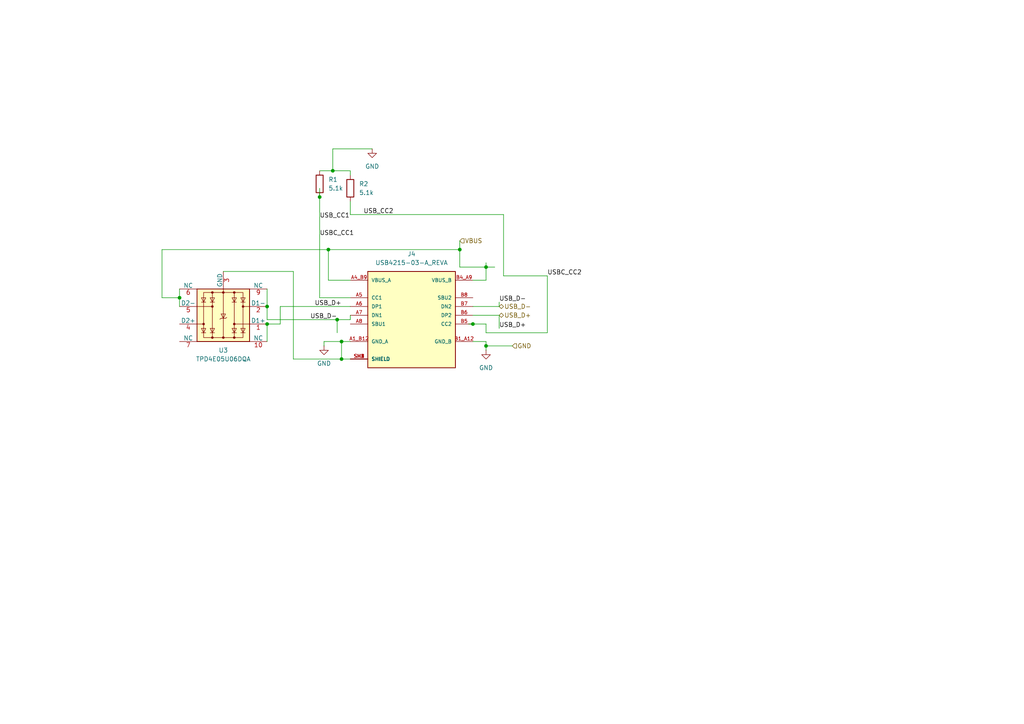
<source format=kicad_sch>
(kicad_sch (version 20250114) (generator "eeschema") (generator_version "9.0")
  (paper "A4")
  (lib_symbols
    (symbol "Device:R" (pin_numbers (hide yes)) (pin_names (offset 0))
      (property "Reference" "R" (at 2.032 0 90))
      (property "Value" "R" (at 0 0 90))
      (symbol "R_0_1"
        (rectangle (start -1.016 -2.54) (end 1.016 2.54) (stroke (width 0.254)))
      )
      (symbol "R_1_1"
        (pin passive line (at 0 3.81 270) (length 1.27) (name "~") (number "1"))
        (pin passive line (at 0 -3.81 90) (length 1.27) (name "~") (number "2"))
      )
    )
    (symbol "Power_Protection:TPD4E05U06DQA" (pin_names (offset 0))
      (property "Reference" "U" (at -0.635 8.89 0))
      (property "Value" "TPD4E05U06DQA" (at 1.905 -10.16 0))
      (symbol "TPD4E05U06DQA_0_0"
        (rectangle (start -5.715 6.477) (end 5.715 -6.604))
        (polyline (pts (xy -3.175 -6.604) (xy -3.175 6.477)))
        (polyline (pts (xy 0 6.477) (xy 0 -6.604)))
        (polyline (pts (xy 3.175 6.477) (xy 3.175 -6.604)))
      )
      (symbol "TPD4E05U06DQA_0_1"
        (polyline (pts (xy -7.747 2.54) (xy -3.175 2.54)))
        (rectangle (start -7.62 7.62) (end 7.62 -7.62) (stroke (width 0.254)) (fill (type background)))
        (polyline (pts (xy -7.62 -2.54) (xy -5.715 -2.54)))
        (circle (center -5.715 -2.54) (radius 0.2794) (fill (type outline)))
        (polyline (pts (xy -5.08 5.08) (xy -6.35 5.08)))
        (polyline (pts (xy -5.08 3.81) (xy -6.35 3.81) (xy -5.715 5.08) (xy -5.08 3.81)))
        (polyline (pts (xy -5.08 -3.81) (xy -6.35 -3.81)))
        (polyline (pts (xy -5.08 -5.08) (xy -6.35 -5.08) (xy -5.715 -3.81) (xy -5.08 -5.08)))
        (circle (center -3.175 6.477) (radius 0.2794) (fill (type outline)))
        (circle (center -3.175 2.54) (radius 0.2794) (fill (type outline)))
        (circle (center -3.175 -6.604) (radius 0.2794) (fill (type outline)))
        (polyline (pts (xy -2.54 5.08) (xy -3.81 5.08)))
        (polyline (pts (xy -2.54 3.81) (xy -3.81 3.81) (xy -3.175 5.08) (xy -2.54 3.81)))
        (polyline (pts (xy -2.54 -3.81) (xy -3.81 -3.81)))
        (polyline (pts (xy -2.54 -5.08) (xy -3.81 -5.08) (xy -3.175 -3.81) (xy -2.54 -5.08)))
        (polyline (pts (xy -0.635 0.889) (xy -1.016 0.635)))
        (circle (center 0 6.477) (radius 0.2794) (fill (type outline)))
        (polyline (pts (xy 0 -6.604) (xy 0 -7.62)))
        (circle (center 0 -6.604) (radius 0.2794) (fill (type outline)))
        (polyline (pts (xy 0.635 0.889) (xy -0.635 0.889)))
        (polyline (pts (xy 0.635 0.889) (xy 1.016 1.143)))
        (polyline (pts (xy 0.635 -0.381) (xy -0.635 -0.381) (xy 0 0.889) (xy 0.635 -0.381)))
        (circle (center 3.175 6.477) (radius 0.2794) (fill (type outline)))
        (circle (center 3.175 -2.54) (radius 0.2794) (fill (type outline)))
        (circle (center 3.175 -6.604) (radius 0.2794) (fill (type outline)))
        (polyline (pts (xy 3.81 5.08) (xy 2.54 5.08)))
        (polyline (pts (xy 3.81 3.81) (xy 2.54 3.81) (xy 3.175 5.08) (xy 3.81 3.81)))
        (polyline (pts (xy 3.81 -3.81) (xy 2.54 -3.81)))
        (polyline (pts (xy 3.81 -5.08) (xy 2.54 -5.08) (xy 3.175 -3.81) (xy 3.81 -5.08)))
        (circle (center 5.715 2.54) (radius 0.2794) (fill (type outline)))
        (polyline (pts (xy 6.35 5.08) (xy 5.08 5.08)))
        (polyline (pts (xy 6.35 3.81) (xy 5.08 3.81) (xy 5.715 5.08) (xy 6.35 3.81)))
        (polyline (pts (xy 6.35 -3.81) (xy 5.08 -3.81)))
        (polyline (pts (xy 6.35 -5.08) (xy 5.08 -5.08) (xy 5.715 -3.81) (xy 6.35 -5.08)))
        (polyline (pts (xy 7.62 2.54) (xy 5.715 2.54)))
        (polyline (pts (xy 7.62 -2.54) (xy 3.175 -2.54)))
      )
      (symbol "TPD4E05U06DQA_1_1"
        (pin free line (at -12.7 7.62 0) (length 5.08) (name "NC") (number "10"))
        (pin passive line (at -12.7 2.54 0) (length 5.08) (name "D1+") (number "1"))
        (pin passive line (at -12.7 -2.54 0) (length 5.08) (name "D1-") (number "2"))
        (pin free line (at -12.7 -7.62 0) (length 5.08) (name "NC") (number "9"))
        (pin power_in line (at 0 -12.7 90) (length 5.08) (name "GND") (number "3"))
        (pin passive line (at 0 -12.7 90) (length 5.08) (hide yes) (name "GND") (number "8"))
        (pin free line (at 12.7 7.62 180) (length 5.08) (name "NC") (number "7"))
        (pin passive line (at 12.7 2.54 180) (length 5.08) (name "D2+") (number "4"))
        (pin passive line (at 12.7 -2.54 180) (length 5.08) (name "D2-") (number "5"))
        (pin free line (at 12.7 -7.62 180) (length 5.08) (name "NC") (number "6"))
      )
    )
    (symbol "USB4215-03-A_REVA:USB4215-03-A_REVA" (pin_names (offset 1.016))
      (property "Reference" "J" (at -12.7 13.462 0))
      (property "Value" "USB4215-03-A_REVA" (at -12.7 -16.002 0))
      (symbol "USB4215-03-A_REVA_0_0"
        (rectangle (start -12.7 -15.24) (end 12.7 12.7) (stroke (width 0.254)) (fill (type background)))
        (pin power_in line (at -17.78 10.16 0) (length 5.08) (name "VBUS_A") (number "A4_B9"))
        (pin bidirectional line (at -17.78 5.08 0) (length 5.08) (name "CC1") (number "A5"))
        (pin bidirectional line (at -17.78 2.54 0) (length 5.08) (name "DP1") (number "A6"))
        (pin bidirectional line (at -17.78 0 0) (length 5.08) (name "DN1") (number "A7"))
        (pin bidirectional line (at -17.78 -2.54 0) (length 5.08) (name "SBU1") (number "A8"))
        (pin power_in line (at -17.78 -7.62 0) (length 5.08) (name "GND_A") (number "A1_B12"))
        (pin passive line (at -17.78 -12.7 0) (length 5.08) (name "SHIELD") (number "SH1"))
        (pin passive line (at -17.78 -12.7 0) (length 5.08) (name "SHIELD") (number "SH2"))
        (pin passive line (at -17.78 -12.7 0) (length 5.08) (name "SHIELD") (number "SH3"))
        (pin passive line (at -17.78 -12.7 0) (length 5.08) (name "SHIELD") (number "SH4"))
        (pin power_in line (at 17.78 10.16 180) (length 5.08) (name "VBUS_B") (number "B4_A9"))
        (pin bidirectional line (at 17.78 5.08 180) (length 5.08) (name "SBU2") (number "B8"))
        (pin bidirectional line (at 17.78 2.54 180) (length 5.08) (name "DN2") (number "B7"))
        (pin bidirectional line (at 17.78 0 180) (length 5.08) (name "DP2") (number "B6"))
        (pin bidirectional line (at 17.78 -2.54 180) (length 5.08) (name "CC2") (number "B5"))
        (pin power_in line (at 17.78 -7.62 180) (length 5.08) (name "GND_B") (number "B1_A12"))
      )
    )
    (symbol "power:GND" (power) (pin_numbers (hide yes)) (pin_names (offset 0) (hide yes))
      (property "Value" "GND" (at 0 -3.81 0))
      (symbol "GND_0_1"
        (polyline (pts (xy 0 0) (xy 0 -1.27) (xy 1.27 -1.27) (xy 0 -2.54) (xy -1.27 -1.27) (xy 0 -1.27)))
      )
      (symbol "GND_1_1"
        (pin power_in line (at 0 0 270) (length 0) (name "~") (number "1"))
      )
    )
  )
  (junction (at 96.52 49.53))
  (junction (at 99.06 99.06))
  (junction (at 92.71 57.15))
  (junction (at 77.47 88.9))
  (junction (at 133.35 72.39))
  (junction (at 95.25 72.39))
  (junction (at 140.97 100.33))
  (junction (at 140.97 77.47))
  (junction (at 97.79 92.71))
  (junction (at 137.16 93.98))
  (junction (at 77.47 93.98))
  (junction (at 52.07 86.36))
  (junction (at 99.06 104.14))
  (wire (pts (xy 137.16 81.28) (xy 140.97 81.28)))
  (wire (pts (xy 77.47 92.71) (xy 77.47 88.9)))
  (wire (pts (xy 146.05 80.01) (xy 146.05 62.23)))
  (wire (pts (xy 140.97 96.52) (xy 158.75 96.52)))
  (wire (pts (xy 85.09 78.74) (xy 85.09 104.14)))
  (wire (pts (xy 137.16 93.98) (xy 140.97 93.98)))
  (wire (pts (xy 77.47 93.98) (xy 77.47 99.06)))
  (wire (pts (xy 85.09 104.14) (xy 99.06 104.14)))
  (wire (pts (xy 97.79 92.71) (xy 77.47 92.71)))
  (wire (pts (xy 52.07 83.82) (xy 52.07 86.36)))
  (wire (pts (xy 46.99 72.39) (xy 95.25 72.39)))
  (wire (pts (xy 96.52 43.18) (xy 96.52 49.53)))
  (wire (pts (xy 77.47 83.82) (xy 77.47 88.9)))
  (wire (pts (xy 133.35 69.85) (xy 133.35 72.39)))
  (wire (pts (xy 133.35 77.47) (xy 140.97 77.47)))
  (wire (pts (xy 107.95 43.18) (xy 96.52 43.18)))
  (wire (pts (xy 140.97 100.33) (xy 140.97 101.6)))
  (wire (pts (xy 52.07 86.36) (xy 46.99 86.36)))
  (wire (pts (xy 133.35 72.39) (xy 133.35 77.47)))
  (wire (pts (xy 101.6 86.36) (xy 92.71 86.36)))
  (wire (pts (xy 101.6 104.14) (xy 99.06 104.14)))
  (wire (pts (xy 101.6 92.71) (xy 101.6 91.44)))
  (wire (pts (xy 144.78 95.25) (xy 144.78 91.44)))
  (wire (pts (xy 135.89 93.98) (xy 137.16 93.98)))
  (wire (pts (xy 101.6 62.23) (xy 101.6 58.42)))
  (wire (pts (xy 92.71 49.53) (xy 96.52 49.53)))
  (wire (pts (xy 64.77 78.74) (xy 85.09 78.74)))
  (wire (pts (xy 140.97 100.33) (xy 148.59 100.33)))
  (wire (pts (xy 140.97 77.47) (xy 140.97 76.2)))
  (wire (pts (xy 97.79 96.52) (xy 97.79 92.71)))
  (wire (pts (xy 81.28 88.9) (xy 81.28 93.98)))
  (wire (pts (xy 95.25 72.39) (xy 95.25 81.28)))
  (wire (pts (xy 81.28 88.9) (xy 101.6 88.9)))
  (wire (pts (xy 101.6 49.53) (xy 101.6 50.8)))
  (wire (pts (xy 96.52 49.53) (xy 101.6 49.53)))
  (wire (pts (xy 92.71 54.61) (xy 92.71 57.15)))
  (wire (pts (xy 52.07 86.36) (xy 52.07 88.9)))
  (wire (pts (xy 137.16 91.44) (xy 144.78 91.44)))
  (wire (pts (xy 93.98 99.06) (xy 93.98 100.33)))
  (wire (pts (xy 46.99 86.36) (xy 46.99 72.39)))
  (wire (pts (xy 137.16 88.9) (xy 144.78 88.9)))
  (wire (pts (xy 140.97 99.06) (xy 140.97 100.33)))
  (wire (pts (xy 99.06 99.06) (xy 93.98 99.06)))
  (wire (pts (xy 97.79 92.71) (xy 101.6 92.71)))
  (wire (pts (xy 140.97 81.28) (xy 140.97 77.47)))
  (wire (pts (xy 158.75 96.52) (xy 158.75 80.01)))
  (wire (pts (xy 137.16 99.06) (xy 140.97 99.06)))
  (wire (pts (xy 101.6 62.23) (xy 146.05 62.23)))
  (wire (pts (xy 143.51 77.47) (xy 140.97 77.47)))
  (wire (pts (xy 146.05 80.01) (xy 158.75 80.01)))
  (wire (pts (xy 140.97 93.98) (xy 140.97 96.52)))
  (wire (pts (xy 92.71 86.36) (xy 92.71 57.15)))
  (wire (pts (xy 95.25 81.28) (xy 101.6 81.28)))
  (wire (pts (xy 81.28 93.98) (xy 77.47 93.98)))
  (wire (pts (xy 144.78 87.63) (xy 144.78 88.9)))
  (wire (pts (xy 101.6 99.06) (xy 99.06 99.06)))
  (wire (pts (xy 95.25 72.39) (xy 133.35 72.39)))
  (wire (pts (xy 99.06 104.14) (xy 99.06 99.06)))
  (label "USB_D-" (at 97.79 92.71 180))
  (label "USBC_CC1" (at 92.71 68.58 0))
  (label "USB_CC1" (at 92.71 63.5 0))
  (label "USBC_CC2" (at 158.75 80.01 0))
  (label "USB_D+" (at 144.78 95.25 0))
  (label "USB_D+" (at 99.06 88.9 180))
  (label "USB_D-" (at 144.78 87.63 0))
  (label "USB_CC2" (at 105.41 62.23 0))
  (hierarchical_label "USB_D-" (shape bidirectional) (at 144.78 88.9 0))
  (hierarchical_label "USB_D+" (shape bidirectional) (at 144.78 91.44 0))
  (hierarchical_label "GND" (shape input) (at 148.59 100.33 0))
  (hierarchical_label "VBUS" (shape input) (at 133.35 69.85 0))
  (symbol (lib_id "power:GND") (at 93.98 100.33 0) (unit 1)
    (property "Reference" "#PWR019" (effects (hide yes)))
    (property "Value" "GND" (at 93.98 105.41 0))
    (property "Description" "Power symbol creates a global label with name \"GND\" , ground" (effects (hide yes)))
  )
  (symbol (lib_id "Power_Protection:TPD4E05U06DQA") (at 64.77 91.44 180) (unit 1)
    (property "Reference" "U3" (at 64.77 101.6 0))
    (property "Value" "TPD4E05U06DQA" (at 64.77 104.14 0))
    (property "Footprint" "Package_SON:USON-10_2.5x1.0mm_P0.5mm" (effects (hide yes)))
    (property "Datasheet" "https://www.ti.com/lit/ds/symlink/tpd4e05u06.pdf" (effects (hide yes)))
    (property "Description" "4-Channel ESD Protection for Super-Speed USB 3.0 Interface, USON-10" (effects (hide yes)))
  )
  (symbol (lib_id "USB4215-03-A_REVA:USB4215-03-A_REVA") (at 119.38 91.44 0) (unit 1)
    (property "Reference" "J4" (at 119.38 73.66 0))
    (property "Value" "USB4215-03-A_REVA" (at 119.38 76.2 0))
    (property "Footprint" "Connector:GCT_USB4215-03-A_REVA" (effects (hide yes)))
    (property "MF" "Global Connector Technology" (effects (hide yes)))
    (property "MAXIMUM_PACKAGE_HEIGHT" "3.16mm" (effects (hide yes)))
    (property "Package" "None" (effects (hide yes)))
    (property "Price" "None" (effects (hide yes)))
    (property "Check_prices" "https://www.snapeda.com/parts/USB4215-03-A/Global+Connector+Technology/view-part/?ref=eda" (effects (hide yes)))
    (property "STANDARD" "Manufacturer Recommendations" (effects (hide yes)))
    (property "PARTREV" "A" (effects (hide yes)))
    (property "SnapEDA_Link" "https://www.snapeda.com/parts/USB4215-03-A/Global+Connector+Technology/view-part/?ref=snap" (effects (hide yes)))
    (property "MP" "USB4215-03-A" (effects (hide yes)))
    (property "Description_1" "USB-C (USB TYPE-C) USB 2.0 Receptacle Connector 24 (16+8 Dummy) Position Surface Mount, Right Angle; Through Hole" (effects (hide yes)))
    (property "MANUFACTURER" "Global Connector Technology" (effects (hide yes)))
    (property "Availability" "In Stock" (effects (hide yes)))
    (property "SNAPEDA_PN" "USB4215-03-A" (effects (hide yes)))
  )
  (symbol (lib_id "Device:R") (at 101.6 54.61 0) (unit 1)
    (property "Reference" "R2" (at 104.14 53.3399 0) (effects (justify left)))
    (property "Value" "5.1k" (at 104.14 55.8799 0) (effects (justify left)))
    (property "Footprint" "Resistor_SMD:R_0603_1608Metric" (effects (hide yes)))
    (property "Description" "Resistor" (effects (hide yes)))
  )
  (symbol (lib_id "Device:R") (at 92.71 53.34 180) (unit 1)
    (property "Reference" "R1" (at 95.25 52.0699 0) (effects (justify right)))
    (property "Value" "5.1k" (at 95.25 54.6099 0) (effects (justify right)))
    (property "Footprint" "Resistor_SMD:R_0603_1608Metric" (effects (hide yes)))
    (property "Description" "Resistor" (effects (hide yes)))
  )
  (symbol (lib_id "power:GND") (at 140.97 101.6 0) (unit 1)
    (property "Reference" "#PWR018" (effects (hide yes)))
    (property "Value" "GND" (at 140.97 106.68 0))
    (property "Description" "Power symbol creates a global label with name \"GND\" , ground" (effects (hide yes)))
  )
  (symbol (lib_id "power:GND") (at 107.95 43.18 0) (mirror y) (unit 1)
    (property "Reference" "#PWR01" (effects (hide yes)))
    (property "Value" "GND" (at 107.95 48.26 0))
    (property "Description" "Power symbol creates a global label with name \"GND\" , ground" (effects (hide yes)))
  )
)
</source>
